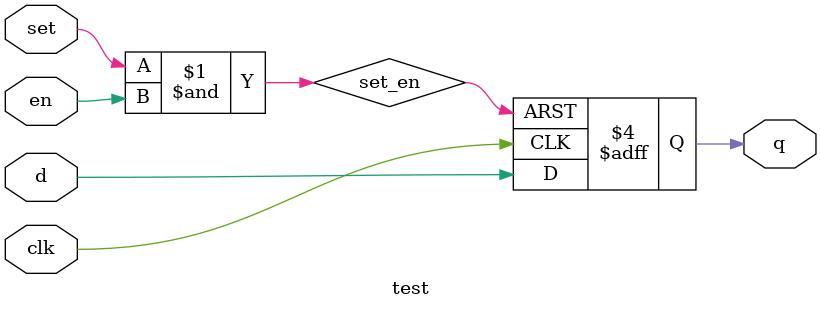
<source format=v>
module test (q, clk, en, set, d);
 output q;
 input clk, en, set, d;
 reg q;
 wire clk, en, set, d;
 wire set_en;
 parameter P = 2;
 and U_and_1(set_en, set, en); //warning on "set_en", is gated
 always @( posedge clk or negedge set_en )
   if (~set_en )
     q <= 1'b1;
   else
     q <= d;
endmodule


</source>
